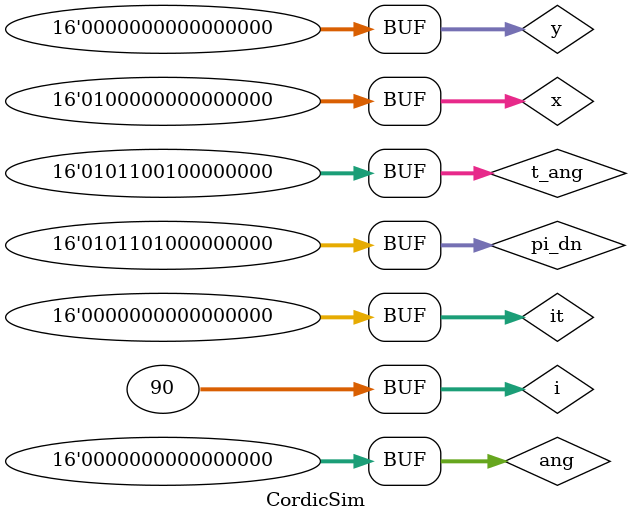
<source format=v>
`timescale 1ns / 1ps


module CordicSim;
    parameter n = 16;
    reg signed [n-1:0] t_ang = 16'b1010011000000000;
    reg signed [n-1:0] ang = 0;
    reg signed [n-1:0] x = 16'b0100000000000000;
    reg signed [n-1:0] y = 16'b0000000000000000;
    reg signed [n-1:0] pi_dn = 16'b0101101000000000;
    reg signed [n-1:0] it = 0;
    
    wire signed [n-1:0] angp;
    wire signed [n-1:0] xp;
    wire signed [n-1:0] yp;
    wire signed [n-1:0] pi_dnp;
    wire signed [n-1:0] itp;
    
    CordicN uut(t_ang, ang, x, y, pi_dn, it, angp, xp, yp, pi_dnp, itp);
    
    integer signed i;
    initial begin
        for(i = -90; i < 90; i = i+1)
        begin
            #1 t_ang = i << 8;
        end
    end
    
endmodule

</source>
